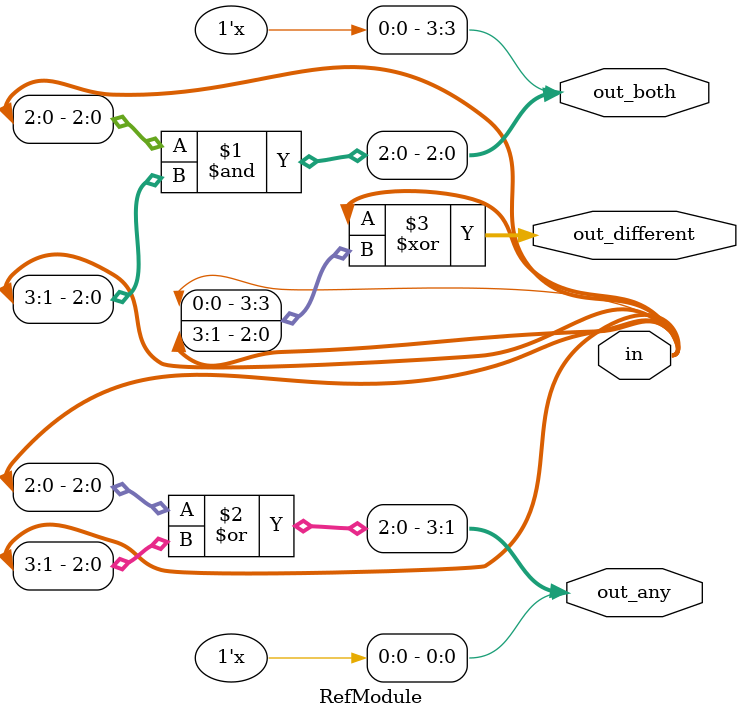
<source format=sv>

module RefModule (
  output  [3:0] in,
  output [3:0] out_both,
  output [3:0] out_any,
  output [3:0] out_different
);

  assign out_both[2:0] = in[2:0] & in[3:1];
  assign out_any[3:1]  = in[2:0] | in[3:1];
  assign out_different = in^{in[0], in[3:1]};

  // we don't care about out_both[3] or out_any[0]
  assign out_both[3] = 1'bx;
  assign out_any[0]  = 1'bx;

endmodule


</source>
